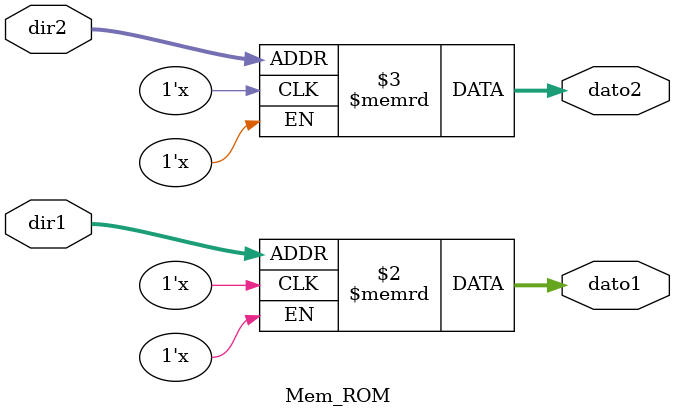
<source format=v>
module Mem_ROM(
	input [3:0] dir1,
	input [3:0] dir2,
	output reg [31:0] dato1,
	output reg [31:0] dato2
);

reg [31:0] mem_rom [0:15];
always @* begin
	dato1 = mem_rom[dir1];
	dato2 = mem_rom[dir2];
end
endmodule

</source>
